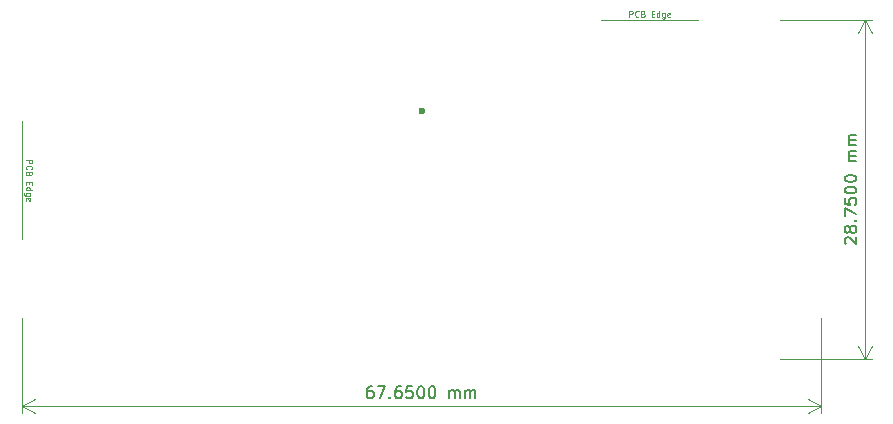
<source format=gbr>
%TF.GenerationSoftware,KiCad,Pcbnew,7.0.7*%
%TF.CreationDate,2023-10-10T08:15:52+02:00*%
%TF.ProjectId,ESPxRF,45535078-5246-42e6-9b69-6361645f7063,rev?*%
%TF.SameCoordinates,Original*%
%TF.FileFunction,OtherDrawing,Comment*%
%FSLAX46Y46*%
G04 Gerber Fmt 4.6, Leading zero omitted, Abs format (unit mm)*
G04 Created by KiCad (PCBNEW 7.0.7) date 2023-10-10 08:15:52*
%MOMM*%
%LPD*%
G01*
G04 APERTURE LIST*
%ADD10C,0.150000*%
%ADD11C,0.100000*%
%ADD12C,0.600000*%
G04 APERTURE END LIST*
D10*
X156050057Y-78244046D02*
X156002438Y-78196427D01*
X156002438Y-78196427D02*
X155954819Y-78101189D01*
X155954819Y-78101189D02*
X155954819Y-77863094D01*
X155954819Y-77863094D02*
X156002438Y-77767856D01*
X156002438Y-77767856D02*
X156050057Y-77720237D01*
X156050057Y-77720237D02*
X156145295Y-77672618D01*
X156145295Y-77672618D02*
X156240533Y-77672618D01*
X156240533Y-77672618D02*
X156383390Y-77720237D01*
X156383390Y-77720237D02*
X156954819Y-78291665D01*
X156954819Y-78291665D02*
X156954819Y-77672618D01*
X156383390Y-77101189D02*
X156335771Y-77196427D01*
X156335771Y-77196427D02*
X156288152Y-77244046D01*
X156288152Y-77244046D02*
X156192914Y-77291665D01*
X156192914Y-77291665D02*
X156145295Y-77291665D01*
X156145295Y-77291665D02*
X156050057Y-77244046D01*
X156050057Y-77244046D02*
X156002438Y-77196427D01*
X156002438Y-77196427D02*
X155954819Y-77101189D01*
X155954819Y-77101189D02*
X155954819Y-76910713D01*
X155954819Y-76910713D02*
X156002438Y-76815475D01*
X156002438Y-76815475D02*
X156050057Y-76767856D01*
X156050057Y-76767856D02*
X156145295Y-76720237D01*
X156145295Y-76720237D02*
X156192914Y-76720237D01*
X156192914Y-76720237D02*
X156288152Y-76767856D01*
X156288152Y-76767856D02*
X156335771Y-76815475D01*
X156335771Y-76815475D02*
X156383390Y-76910713D01*
X156383390Y-76910713D02*
X156383390Y-77101189D01*
X156383390Y-77101189D02*
X156431009Y-77196427D01*
X156431009Y-77196427D02*
X156478628Y-77244046D01*
X156478628Y-77244046D02*
X156573866Y-77291665D01*
X156573866Y-77291665D02*
X156764342Y-77291665D01*
X156764342Y-77291665D02*
X156859580Y-77244046D01*
X156859580Y-77244046D02*
X156907200Y-77196427D01*
X156907200Y-77196427D02*
X156954819Y-77101189D01*
X156954819Y-77101189D02*
X156954819Y-76910713D01*
X156954819Y-76910713D02*
X156907200Y-76815475D01*
X156907200Y-76815475D02*
X156859580Y-76767856D01*
X156859580Y-76767856D02*
X156764342Y-76720237D01*
X156764342Y-76720237D02*
X156573866Y-76720237D01*
X156573866Y-76720237D02*
X156478628Y-76767856D01*
X156478628Y-76767856D02*
X156431009Y-76815475D01*
X156431009Y-76815475D02*
X156383390Y-76910713D01*
X156859580Y-76291665D02*
X156907200Y-76244046D01*
X156907200Y-76244046D02*
X156954819Y-76291665D01*
X156954819Y-76291665D02*
X156907200Y-76339284D01*
X156907200Y-76339284D02*
X156859580Y-76291665D01*
X156859580Y-76291665D02*
X156954819Y-76291665D01*
X155954819Y-75910713D02*
X155954819Y-75244047D01*
X155954819Y-75244047D02*
X156954819Y-75672618D01*
X155954819Y-74386904D02*
X155954819Y-74863094D01*
X155954819Y-74863094D02*
X156431009Y-74910713D01*
X156431009Y-74910713D02*
X156383390Y-74863094D01*
X156383390Y-74863094D02*
X156335771Y-74767856D01*
X156335771Y-74767856D02*
X156335771Y-74529761D01*
X156335771Y-74529761D02*
X156383390Y-74434523D01*
X156383390Y-74434523D02*
X156431009Y-74386904D01*
X156431009Y-74386904D02*
X156526247Y-74339285D01*
X156526247Y-74339285D02*
X156764342Y-74339285D01*
X156764342Y-74339285D02*
X156859580Y-74386904D01*
X156859580Y-74386904D02*
X156907200Y-74434523D01*
X156907200Y-74434523D02*
X156954819Y-74529761D01*
X156954819Y-74529761D02*
X156954819Y-74767856D01*
X156954819Y-74767856D02*
X156907200Y-74863094D01*
X156907200Y-74863094D02*
X156859580Y-74910713D01*
X155954819Y-73720237D02*
X155954819Y-73624999D01*
X155954819Y-73624999D02*
X156002438Y-73529761D01*
X156002438Y-73529761D02*
X156050057Y-73482142D01*
X156050057Y-73482142D02*
X156145295Y-73434523D01*
X156145295Y-73434523D02*
X156335771Y-73386904D01*
X156335771Y-73386904D02*
X156573866Y-73386904D01*
X156573866Y-73386904D02*
X156764342Y-73434523D01*
X156764342Y-73434523D02*
X156859580Y-73482142D01*
X156859580Y-73482142D02*
X156907200Y-73529761D01*
X156907200Y-73529761D02*
X156954819Y-73624999D01*
X156954819Y-73624999D02*
X156954819Y-73720237D01*
X156954819Y-73720237D02*
X156907200Y-73815475D01*
X156907200Y-73815475D02*
X156859580Y-73863094D01*
X156859580Y-73863094D02*
X156764342Y-73910713D01*
X156764342Y-73910713D02*
X156573866Y-73958332D01*
X156573866Y-73958332D02*
X156335771Y-73958332D01*
X156335771Y-73958332D02*
X156145295Y-73910713D01*
X156145295Y-73910713D02*
X156050057Y-73863094D01*
X156050057Y-73863094D02*
X156002438Y-73815475D01*
X156002438Y-73815475D02*
X155954819Y-73720237D01*
X155954819Y-72767856D02*
X155954819Y-72672618D01*
X155954819Y-72672618D02*
X156002438Y-72577380D01*
X156002438Y-72577380D02*
X156050057Y-72529761D01*
X156050057Y-72529761D02*
X156145295Y-72482142D01*
X156145295Y-72482142D02*
X156335771Y-72434523D01*
X156335771Y-72434523D02*
X156573866Y-72434523D01*
X156573866Y-72434523D02*
X156764342Y-72482142D01*
X156764342Y-72482142D02*
X156859580Y-72529761D01*
X156859580Y-72529761D02*
X156907200Y-72577380D01*
X156907200Y-72577380D02*
X156954819Y-72672618D01*
X156954819Y-72672618D02*
X156954819Y-72767856D01*
X156954819Y-72767856D02*
X156907200Y-72863094D01*
X156907200Y-72863094D02*
X156859580Y-72910713D01*
X156859580Y-72910713D02*
X156764342Y-72958332D01*
X156764342Y-72958332D02*
X156573866Y-73005951D01*
X156573866Y-73005951D02*
X156335771Y-73005951D01*
X156335771Y-73005951D02*
X156145295Y-72958332D01*
X156145295Y-72958332D02*
X156050057Y-72910713D01*
X156050057Y-72910713D02*
X156002438Y-72863094D01*
X156002438Y-72863094D02*
X155954819Y-72767856D01*
X156954819Y-71244046D02*
X156288152Y-71244046D01*
X156383390Y-71244046D02*
X156335771Y-71196427D01*
X156335771Y-71196427D02*
X156288152Y-71101189D01*
X156288152Y-71101189D02*
X156288152Y-70958332D01*
X156288152Y-70958332D02*
X156335771Y-70863094D01*
X156335771Y-70863094D02*
X156431009Y-70815475D01*
X156431009Y-70815475D02*
X156954819Y-70815475D01*
X156431009Y-70815475D02*
X156335771Y-70767856D01*
X156335771Y-70767856D02*
X156288152Y-70672618D01*
X156288152Y-70672618D02*
X156288152Y-70529761D01*
X156288152Y-70529761D02*
X156335771Y-70434522D01*
X156335771Y-70434522D02*
X156431009Y-70386903D01*
X156431009Y-70386903D02*
X156954819Y-70386903D01*
X156954819Y-69910713D02*
X156288152Y-69910713D01*
X156383390Y-69910713D02*
X156335771Y-69863094D01*
X156335771Y-69863094D02*
X156288152Y-69767856D01*
X156288152Y-69767856D02*
X156288152Y-69624999D01*
X156288152Y-69624999D02*
X156335771Y-69529761D01*
X156335771Y-69529761D02*
X156431009Y-69482142D01*
X156431009Y-69482142D02*
X156954819Y-69482142D01*
X156431009Y-69482142D02*
X156335771Y-69434523D01*
X156335771Y-69434523D02*
X156288152Y-69339285D01*
X156288152Y-69339285D02*
X156288152Y-69196428D01*
X156288152Y-69196428D02*
X156335771Y-69101189D01*
X156335771Y-69101189D02*
X156431009Y-69053570D01*
X156431009Y-69053570D02*
X156954819Y-69053570D01*
D11*
X150450000Y-59250000D02*
X158236420Y-59250000D01*
X150450000Y-88000000D02*
X158236420Y-88000000D01*
X157650000Y-59250000D02*
X157650000Y-88000000D01*
X157650000Y-59250000D02*
X157650000Y-88000000D01*
X157650000Y-59250000D02*
X158236421Y-60376504D01*
X157650000Y-59250000D02*
X157063579Y-60376504D01*
X157650000Y-88000000D02*
X157063579Y-86873496D01*
X157650000Y-88000000D02*
X158236421Y-86873496D01*
D10*
X115982143Y-90304818D02*
X115791667Y-90304818D01*
X115791667Y-90304818D02*
X115696429Y-90352437D01*
X115696429Y-90352437D02*
X115648810Y-90400056D01*
X115648810Y-90400056D02*
X115553572Y-90542913D01*
X115553572Y-90542913D02*
X115505953Y-90733389D01*
X115505953Y-90733389D02*
X115505953Y-91114341D01*
X115505953Y-91114341D02*
X115553572Y-91209579D01*
X115553572Y-91209579D02*
X115601191Y-91257199D01*
X115601191Y-91257199D02*
X115696429Y-91304818D01*
X115696429Y-91304818D02*
X115886905Y-91304818D01*
X115886905Y-91304818D02*
X115982143Y-91257199D01*
X115982143Y-91257199D02*
X116029762Y-91209579D01*
X116029762Y-91209579D02*
X116077381Y-91114341D01*
X116077381Y-91114341D02*
X116077381Y-90876246D01*
X116077381Y-90876246D02*
X116029762Y-90781008D01*
X116029762Y-90781008D02*
X115982143Y-90733389D01*
X115982143Y-90733389D02*
X115886905Y-90685770D01*
X115886905Y-90685770D02*
X115696429Y-90685770D01*
X115696429Y-90685770D02*
X115601191Y-90733389D01*
X115601191Y-90733389D02*
X115553572Y-90781008D01*
X115553572Y-90781008D02*
X115505953Y-90876246D01*
X116410715Y-90304818D02*
X117077381Y-90304818D01*
X117077381Y-90304818D02*
X116648810Y-91304818D01*
X117458334Y-91209579D02*
X117505953Y-91257199D01*
X117505953Y-91257199D02*
X117458334Y-91304818D01*
X117458334Y-91304818D02*
X117410715Y-91257199D01*
X117410715Y-91257199D02*
X117458334Y-91209579D01*
X117458334Y-91209579D02*
X117458334Y-91304818D01*
X118363095Y-90304818D02*
X118172619Y-90304818D01*
X118172619Y-90304818D02*
X118077381Y-90352437D01*
X118077381Y-90352437D02*
X118029762Y-90400056D01*
X118029762Y-90400056D02*
X117934524Y-90542913D01*
X117934524Y-90542913D02*
X117886905Y-90733389D01*
X117886905Y-90733389D02*
X117886905Y-91114341D01*
X117886905Y-91114341D02*
X117934524Y-91209579D01*
X117934524Y-91209579D02*
X117982143Y-91257199D01*
X117982143Y-91257199D02*
X118077381Y-91304818D01*
X118077381Y-91304818D02*
X118267857Y-91304818D01*
X118267857Y-91304818D02*
X118363095Y-91257199D01*
X118363095Y-91257199D02*
X118410714Y-91209579D01*
X118410714Y-91209579D02*
X118458333Y-91114341D01*
X118458333Y-91114341D02*
X118458333Y-90876246D01*
X118458333Y-90876246D02*
X118410714Y-90781008D01*
X118410714Y-90781008D02*
X118363095Y-90733389D01*
X118363095Y-90733389D02*
X118267857Y-90685770D01*
X118267857Y-90685770D02*
X118077381Y-90685770D01*
X118077381Y-90685770D02*
X117982143Y-90733389D01*
X117982143Y-90733389D02*
X117934524Y-90781008D01*
X117934524Y-90781008D02*
X117886905Y-90876246D01*
X119363095Y-90304818D02*
X118886905Y-90304818D01*
X118886905Y-90304818D02*
X118839286Y-90781008D01*
X118839286Y-90781008D02*
X118886905Y-90733389D01*
X118886905Y-90733389D02*
X118982143Y-90685770D01*
X118982143Y-90685770D02*
X119220238Y-90685770D01*
X119220238Y-90685770D02*
X119315476Y-90733389D01*
X119315476Y-90733389D02*
X119363095Y-90781008D01*
X119363095Y-90781008D02*
X119410714Y-90876246D01*
X119410714Y-90876246D02*
X119410714Y-91114341D01*
X119410714Y-91114341D02*
X119363095Y-91209579D01*
X119363095Y-91209579D02*
X119315476Y-91257199D01*
X119315476Y-91257199D02*
X119220238Y-91304818D01*
X119220238Y-91304818D02*
X118982143Y-91304818D01*
X118982143Y-91304818D02*
X118886905Y-91257199D01*
X118886905Y-91257199D02*
X118839286Y-91209579D01*
X120029762Y-90304818D02*
X120125000Y-90304818D01*
X120125000Y-90304818D02*
X120220238Y-90352437D01*
X120220238Y-90352437D02*
X120267857Y-90400056D01*
X120267857Y-90400056D02*
X120315476Y-90495294D01*
X120315476Y-90495294D02*
X120363095Y-90685770D01*
X120363095Y-90685770D02*
X120363095Y-90923865D01*
X120363095Y-90923865D02*
X120315476Y-91114341D01*
X120315476Y-91114341D02*
X120267857Y-91209579D01*
X120267857Y-91209579D02*
X120220238Y-91257199D01*
X120220238Y-91257199D02*
X120125000Y-91304818D01*
X120125000Y-91304818D02*
X120029762Y-91304818D01*
X120029762Y-91304818D02*
X119934524Y-91257199D01*
X119934524Y-91257199D02*
X119886905Y-91209579D01*
X119886905Y-91209579D02*
X119839286Y-91114341D01*
X119839286Y-91114341D02*
X119791667Y-90923865D01*
X119791667Y-90923865D02*
X119791667Y-90685770D01*
X119791667Y-90685770D02*
X119839286Y-90495294D01*
X119839286Y-90495294D02*
X119886905Y-90400056D01*
X119886905Y-90400056D02*
X119934524Y-90352437D01*
X119934524Y-90352437D02*
X120029762Y-90304818D01*
X120982143Y-90304818D02*
X121077381Y-90304818D01*
X121077381Y-90304818D02*
X121172619Y-90352437D01*
X121172619Y-90352437D02*
X121220238Y-90400056D01*
X121220238Y-90400056D02*
X121267857Y-90495294D01*
X121267857Y-90495294D02*
X121315476Y-90685770D01*
X121315476Y-90685770D02*
X121315476Y-90923865D01*
X121315476Y-90923865D02*
X121267857Y-91114341D01*
X121267857Y-91114341D02*
X121220238Y-91209579D01*
X121220238Y-91209579D02*
X121172619Y-91257199D01*
X121172619Y-91257199D02*
X121077381Y-91304818D01*
X121077381Y-91304818D02*
X120982143Y-91304818D01*
X120982143Y-91304818D02*
X120886905Y-91257199D01*
X120886905Y-91257199D02*
X120839286Y-91209579D01*
X120839286Y-91209579D02*
X120791667Y-91114341D01*
X120791667Y-91114341D02*
X120744048Y-90923865D01*
X120744048Y-90923865D02*
X120744048Y-90685770D01*
X120744048Y-90685770D02*
X120791667Y-90495294D01*
X120791667Y-90495294D02*
X120839286Y-90400056D01*
X120839286Y-90400056D02*
X120886905Y-90352437D01*
X120886905Y-90352437D02*
X120982143Y-90304818D01*
X122505953Y-91304818D02*
X122505953Y-90638151D01*
X122505953Y-90733389D02*
X122553572Y-90685770D01*
X122553572Y-90685770D02*
X122648810Y-90638151D01*
X122648810Y-90638151D02*
X122791667Y-90638151D01*
X122791667Y-90638151D02*
X122886905Y-90685770D01*
X122886905Y-90685770D02*
X122934524Y-90781008D01*
X122934524Y-90781008D02*
X122934524Y-91304818D01*
X122934524Y-90781008D02*
X122982143Y-90685770D01*
X122982143Y-90685770D02*
X123077381Y-90638151D01*
X123077381Y-90638151D02*
X123220238Y-90638151D01*
X123220238Y-90638151D02*
X123315477Y-90685770D01*
X123315477Y-90685770D02*
X123363096Y-90781008D01*
X123363096Y-90781008D02*
X123363096Y-91304818D01*
X123839286Y-91304818D02*
X123839286Y-90638151D01*
X123839286Y-90733389D02*
X123886905Y-90685770D01*
X123886905Y-90685770D02*
X123982143Y-90638151D01*
X123982143Y-90638151D02*
X124125000Y-90638151D01*
X124125000Y-90638151D02*
X124220238Y-90685770D01*
X124220238Y-90685770D02*
X124267857Y-90781008D01*
X124267857Y-90781008D02*
X124267857Y-91304818D01*
X124267857Y-90781008D02*
X124315476Y-90685770D01*
X124315476Y-90685770D02*
X124410714Y-90638151D01*
X124410714Y-90638151D02*
X124553571Y-90638151D01*
X124553571Y-90638151D02*
X124648810Y-90685770D01*
X124648810Y-90685770D02*
X124696429Y-90781008D01*
X124696429Y-90781008D02*
X124696429Y-91304818D01*
D11*
X86300000Y-84500000D02*
X86300000Y-92586419D01*
X153950000Y-84500000D02*
X153950000Y-92586419D01*
X86300000Y-91999999D02*
X153950000Y-91999999D01*
X86300000Y-91999999D02*
X153950000Y-91999999D01*
X86300000Y-91999999D02*
X87426504Y-91413578D01*
X86300000Y-91999999D02*
X87426504Y-92586420D01*
X153950000Y-91999999D02*
X152823496Y-92586420D01*
X153950000Y-91999999D02*
X152823496Y-91413578D01*
X86648890Y-71145714D02*
X87148890Y-71145714D01*
X87148890Y-71145714D02*
X87148890Y-71336190D01*
X87148890Y-71336190D02*
X87125080Y-71383809D01*
X87125080Y-71383809D02*
X87101271Y-71407619D01*
X87101271Y-71407619D02*
X87053652Y-71431428D01*
X87053652Y-71431428D02*
X86982223Y-71431428D01*
X86982223Y-71431428D02*
X86934604Y-71407619D01*
X86934604Y-71407619D02*
X86910795Y-71383809D01*
X86910795Y-71383809D02*
X86886985Y-71336190D01*
X86886985Y-71336190D02*
X86886985Y-71145714D01*
X86696509Y-71931428D02*
X86672700Y-71907619D01*
X86672700Y-71907619D02*
X86648890Y-71836190D01*
X86648890Y-71836190D02*
X86648890Y-71788571D01*
X86648890Y-71788571D02*
X86672700Y-71717143D01*
X86672700Y-71717143D02*
X86720319Y-71669524D01*
X86720319Y-71669524D02*
X86767938Y-71645714D01*
X86767938Y-71645714D02*
X86863176Y-71621905D01*
X86863176Y-71621905D02*
X86934604Y-71621905D01*
X86934604Y-71621905D02*
X87029842Y-71645714D01*
X87029842Y-71645714D02*
X87077461Y-71669524D01*
X87077461Y-71669524D02*
X87125080Y-71717143D01*
X87125080Y-71717143D02*
X87148890Y-71788571D01*
X87148890Y-71788571D02*
X87148890Y-71836190D01*
X87148890Y-71836190D02*
X87125080Y-71907619D01*
X87125080Y-71907619D02*
X87101271Y-71931428D01*
X86910795Y-72312381D02*
X86886985Y-72383809D01*
X86886985Y-72383809D02*
X86863176Y-72407619D01*
X86863176Y-72407619D02*
X86815557Y-72431428D01*
X86815557Y-72431428D02*
X86744128Y-72431428D01*
X86744128Y-72431428D02*
X86696509Y-72407619D01*
X86696509Y-72407619D02*
X86672700Y-72383809D01*
X86672700Y-72383809D02*
X86648890Y-72336190D01*
X86648890Y-72336190D02*
X86648890Y-72145714D01*
X86648890Y-72145714D02*
X87148890Y-72145714D01*
X87148890Y-72145714D02*
X87148890Y-72312381D01*
X87148890Y-72312381D02*
X87125080Y-72360000D01*
X87125080Y-72360000D02*
X87101271Y-72383809D01*
X87101271Y-72383809D02*
X87053652Y-72407619D01*
X87053652Y-72407619D02*
X87006033Y-72407619D01*
X87006033Y-72407619D02*
X86958414Y-72383809D01*
X86958414Y-72383809D02*
X86934604Y-72360000D01*
X86934604Y-72360000D02*
X86910795Y-72312381D01*
X86910795Y-72312381D02*
X86910795Y-72145714D01*
X86910795Y-73026666D02*
X86910795Y-73193333D01*
X86648890Y-73264761D02*
X86648890Y-73026666D01*
X86648890Y-73026666D02*
X87148890Y-73026666D01*
X87148890Y-73026666D02*
X87148890Y-73264761D01*
X86648890Y-73693333D02*
X87148890Y-73693333D01*
X86672700Y-73693333D02*
X86648890Y-73645714D01*
X86648890Y-73645714D02*
X86648890Y-73550476D01*
X86648890Y-73550476D02*
X86672700Y-73502857D01*
X86672700Y-73502857D02*
X86696509Y-73479047D01*
X86696509Y-73479047D02*
X86744128Y-73455238D01*
X86744128Y-73455238D02*
X86886985Y-73455238D01*
X86886985Y-73455238D02*
X86934604Y-73479047D01*
X86934604Y-73479047D02*
X86958414Y-73502857D01*
X86958414Y-73502857D02*
X86982223Y-73550476D01*
X86982223Y-73550476D02*
X86982223Y-73645714D01*
X86982223Y-73645714D02*
X86958414Y-73693333D01*
X86982223Y-74145714D02*
X86577461Y-74145714D01*
X86577461Y-74145714D02*
X86529842Y-74121904D01*
X86529842Y-74121904D02*
X86506033Y-74098095D01*
X86506033Y-74098095D02*
X86482223Y-74050476D01*
X86482223Y-74050476D02*
X86482223Y-73979047D01*
X86482223Y-73979047D02*
X86506033Y-73931428D01*
X86672700Y-74145714D02*
X86648890Y-74098095D01*
X86648890Y-74098095D02*
X86648890Y-74002857D01*
X86648890Y-74002857D02*
X86672700Y-73955238D01*
X86672700Y-73955238D02*
X86696509Y-73931428D01*
X86696509Y-73931428D02*
X86744128Y-73907619D01*
X86744128Y-73907619D02*
X86886985Y-73907619D01*
X86886985Y-73907619D02*
X86934604Y-73931428D01*
X86934604Y-73931428D02*
X86958414Y-73955238D01*
X86958414Y-73955238D02*
X86982223Y-74002857D01*
X86982223Y-74002857D02*
X86982223Y-74098095D01*
X86982223Y-74098095D02*
X86958414Y-74145714D01*
X86672700Y-74574285D02*
X86648890Y-74526666D01*
X86648890Y-74526666D02*
X86648890Y-74431428D01*
X86648890Y-74431428D02*
X86672700Y-74383809D01*
X86672700Y-74383809D02*
X86720319Y-74360000D01*
X86720319Y-74360000D02*
X86910795Y-74360000D01*
X86910795Y-74360000D02*
X86958414Y-74383809D01*
X86958414Y-74383809D02*
X86982223Y-74431428D01*
X86982223Y-74431428D02*
X86982223Y-74526666D01*
X86982223Y-74526666D02*
X86958414Y-74574285D01*
X86958414Y-74574285D02*
X86910795Y-74598095D01*
X86910795Y-74598095D02*
X86863176Y-74598095D01*
X86863176Y-74598095D02*
X86815557Y-74360000D01*
X137735714Y-59014859D02*
X137735714Y-58514859D01*
X137735714Y-58514859D02*
X137926190Y-58514859D01*
X137926190Y-58514859D02*
X137973809Y-58538669D01*
X137973809Y-58538669D02*
X137997619Y-58562478D01*
X137997619Y-58562478D02*
X138021428Y-58610097D01*
X138021428Y-58610097D02*
X138021428Y-58681526D01*
X138021428Y-58681526D02*
X137997619Y-58729145D01*
X137997619Y-58729145D02*
X137973809Y-58752954D01*
X137973809Y-58752954D02*
X137926190Y-58776764D01*
X137926190Y-58776764D02*
X137735714Y-58776764D01*
X138521428Y-58967240D02*
X138497619Y-58991050D01*
X138497619Y-58991050D02*
X138426190Y-59014859D01*
X138426190Y-59014859D02*
X138378571Y-59014859D01*
X138378571Y-59014859D02*
X138307143Y-58991050D01*
X138307143Y-58991050D02*
X138259524Y-58943430D01*
X138259524Y-58943430D02*
X138235714Y-58895811D01*
X138235714Y-58895811D02*
X138211905Y-58800573D01*
X138211905Y-58800573D02*
X138211905Y-58729145D01*
X138211905Y-58729145D02*
X138235714Y-58633907D01*
X138235714Y-58633907D02*
X138259524Y-58586288D01*
X138259524Y-58586288D02*
X138307143Y-58538669D01*
X138307143Y-58538669D02*
X138378571Y-58514859D01*
X138378571Y-58514859D02*
X138426190Y-58514859D01*
X138426190Y-58514859D02*
X138497619Y-58538669D01*
X138497619Y-58538669D02*
X138521428Y-58562478D01*
X138902381Y-58752954D02*
X138973809Y-58776764D01*
X138973809Y-58776764D02*
X138997619Y-58800573D01*
X138997619Y-58800573D02*
X139021428Y-58848192D01*
X139021428Y-58848192D02*
X139021428Y-58919621D01*
X139021428Y-58919621D02*
X138997619Y-58967240D01*
X138997619Y-58967240D02*
X138973809Y-58991050D01*
X138973809Y-58991050D02*
X138926190Y-59014859D01*
X138926190Y-59014859D02*
X138735714Y-59014859D01*
X138735714Y-59014859D02*
X138735714Y-58514859D01*
X138735714Y-58514859D02*
X138902381Y-58514859D01*
X138902381Y-58514859D02*
X138950000Y-58538669D01*
X138950000Y-58538669D02*
X138973809Y-58562478D01*
X138973809Y-58562478D02*
X138997619Y-58610097D01*
X138997619Y-58610097D02*
X138997619Y-58657716D01*
X138997619Y-58657716D02*
X138973809Y-58705335D01*
X138973809Y-58705335D02*
X138950000Y-58729145D01*
X138950000Y-58729145D02*
X138902381Y-58752954D01*
X138902381Y-58752954D02*
X138735714Y-58752954D01*
X139616666Y-58752954D02*
X139783333Y-58752954D01*
X139854761Y-59014859D02*
X139616666Y-59014859D01*
X139616666Y-59014859D02*
X139616666Y-58514859D01*
X139616666Y-58514859D02*
X139854761Y-58514859D01*
X140283333Y-59014859D02*
X140283333Y-58514859D01*
X140283333Y-58991050D02*
X140235714Y-59014859D01*
X140235714Y-59014859D02*
X140140476Y-59014859D01*
X140140476Y-59014859D02*
X140092857Y-58991050D01*
X140092857Y-58991050D02*
X140069047Y-58967240D01*
X140069047Y-58967240D02*
X140045238Y-58919621D01*
X140045238Y-58919621D02*
X140045238Y-58776764D01*
X140045238Y-58776764D02*
X140069047Y-58729145D01*
X140069047Y-58729145D02*
X140092857Y-58705335D01*
X140092857Y-58705335D02*
X140140476Y-58681526D01*
X140140476Y-58681526D02*
X140235714Y-58681526D01*
X140235714Y-58681526D02*
X140283333Y-58705335D01*
X140735714Y-58681526D02*
X140735714Y-59086288D01*
X140735714Y-59086288D02*
X140711904Y-59133907D01*
X140711904Y-59133907D02*
X140688095Y-59157716D01*
X140688095Y-59157716D02*
X140640476Y-59181526D01*
X140640476Y-59181526D02*
X140569047Y-59181526D01*
X140569047Y-59181526D02*
X140521428Y-59157716D01*
X140735714Y-58991050D02*
X140688095Y-59014859D01*
X140688095Y-59014859D02*
X140592857Y-59014859D01*
X140592857Y-59014859D02*
X140545238Y-58991050D01*
X140545238Y-58991050D02*
X140521428Y-58967240D01*
X140521428Y-58967240D02*
X140497619Y-58919621D01*
X140497619Y-58919621D02*
X140497619Y-58776764D01*
X140497619Y-58776764D02*
X140521428Y-58729145D01*
X140521428Y-58729145D02*
X140545238Y-58705335D01*
X140545238Y-58705335D02*
X140592857Y-58681526D01*
X140592857Y-58681526D02*
X140688095Y-58681526D01*
X140688095Y-58681526D02*
X140735714Y-58705335D01*
X141164285Y-58991050D02*
X141116666Y-59014859D01*
X141116666Y-59014859D02*
X141021428Y-59014859D01*
X141021428Y-59014859D02*
X140973809Y-58991050D01*
X140973809Y-58991050D02*
X140950000Y-58943430D01*
X140950000Y-58943430D02*
X140950000Y-58752954D01*
X140950000Y-58752954D02*
X140973809Y-58705335D01*
X140973809Y-58705335D02*
X141021428Y-58681526D01*
X141021428Y-58681526D02*
X141116666Y-58681526D01*
X141116666Y-58681526D02*
X141164285Y-58705335D01*
X141164285Y-58705335D02*
X141188095Y-58752954D01*
X141188095Y-58752954D02*
X141188095Y-58800573D01*
X141188095Y-58800573D02*
X140950000Y-58848192D01*
%TO.C,J1*%
X86300000Y-77860000D02*
X86300000Y-67860000D01*
%TO.C,J2*%
X135350000Y-59288750D02*
X143550000Y-59288750D01*
%TD*%
D12*
%TO.C,U3*%
X120165000Y-67020000D03*
%TD*%
M02*

</source>
